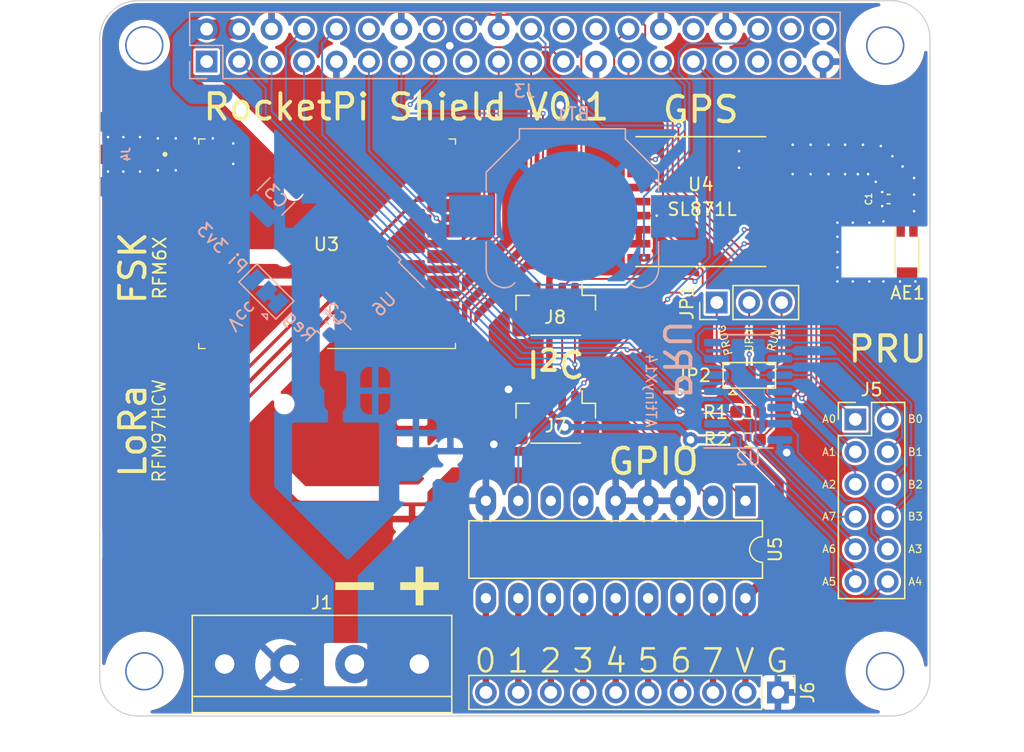
<source format=kicad_pcb>
(kicad_pcb (version 20211014) (generator pcbnew)
  (layers (0 "F.Cu" signal) (31 "B.Cu" signal) (34 "B.Paste" user) (35 "F.Paste" user) (36 "B.SilkS" user "B.Silkscreen") (37 "F.SilkS" user "F.Silkscreen") (38 "B.Mask" user) (39 "F.Mask" user) (44 "Edge.Cuts" user))
  (net 0 "")
  (net 10 "CANH")
  (net 11 "CANL")
  (net 12 "Net-(JP1-Pad3)")
  (net 22 "GND")
  (net 23 "Net-(BT1-Pad1)")
  (net 24 "+3V3")
  (net 25 "SDA")
  (net 26 "SCL")
  (net 27 "U0TX")
  (net 28 "ATTiny_UPDI")
  (net 29 "ATtiny_SDA")
  (net 30 "ATtiny_SCL")
  (net 31 "RFM_RST")
  (net 32 "SCK")
  (net 33 "MISO")
  (net 34 "MOSI")
  (net 35 "RFM9X_CS")
  (net 36 "RFM9X_DIO0")
  (net 37 "RFM6X_CS")
  (net 38 "RFM6X_DIO0")
  (net 39 "GPS_FORCEON")
  (net 40 "U3TX")
  (net 41 "GPS_ANT_SC")
  (net 42 "GPS_ANT_OC")
  (net 43 "U3RX")
  (net 44 "GPS_RESET")
  (net 45 "U0RX")
  (net 46 "RFM6X_ANT")
  (net 47 "GPS_ANT")
  (net 48 "IO_INT")
  (net 51 "PB3")
  (net 52 "PB2")
  (net 53 "PB1")
  (net 54 "PB0")
  (net 55 "PA7")
  (net 56 "PA6")
  (net 57 "PA5")
  (net 58 "PA3")
  (net 59 "PA4")
  (net 60 "Vin")
  (net 61 "Net-(J6-Pad3)")
  (net 62 "Net-(J6-Pad4)")
  (net 63 "Net-(J6-Pad5)")
  (net 64 "Net-(J6-Pad6)")
  (net 65 "Net-(J6-Pad7)")
  (net 66 "Net-(J6-Pad8)")
  (net 67 "Net-(J6-Pad9)")
  (net 68 "Net-(J6-Pad10)")
  (net 69 "REG_3V3")
  (net 70 "PI_3V3")
  (footprint "project_footprints:NPTH_3mm_ID" (layer "F.Cu") (at 82.04 64.31)
    (fp_text reference "H1")
    (fp_text value "3mm_Mounting_Hole" hide)
  )
  (footprint "project_footprints:NPTH_3mm_ID" (layer "F.Cu") (at 140.04 64.33)
    (fp_text reference "H2")
    (fp_text value "3mm_Mounting_Hole" hide)
  )
  (footprint "project_footprints:NPTH_3mm_ID" (layer "F.Cu") (at 82.04 113.32)
    (fp_text reference "H3")
    (fp_text value "3mm_Mounting_Hole" hide)
  )
  (footprint "project_footprints:NPTH_3mm_ID" (layer "F.Cu") (at 140.03 113.31)
    (fp_text reference "H4")
    (fp_text value "3mm_Mounting_Hole" hide)
  )
  (footprint "Resistor_SMD:R_0603_1608Metric_Pad0.98x0.95mm_HandSolder" (layer "F.Cu") (at 129.3 95.2 180)
    (fp_text reference "R2")
    (fp_text value "10k")
  )
  (footprint "Capacitor_SMD:C_0402_1005Metric_Pad0.74x0.62mm_HandSolder" (layer "F.Cu") (at 140.301072 76.35133)
    (fp_text reference "C1")
    (fp_text value "3.3pF")
  )
  (footprint "Parts:Connector_Qwiic_Vertical" (layer "F.Cu") (at 114.25 85 180)
    (fp_text reference "J8")
    (fp_text value "Conn_01x04")
  )
  (footprint "Package_DIP:DIP-18_W7.62mm_LongPads" (layer "F.Cu") (at 129.1 99.975 -90)
    (fp_text reference "U5")
    (fp_text value "MCP23008")
  )
  (footprint "TerminalBlock:TerminalBlock_bornier-4_P5.08mm" (layer "F.Cu") (at 88.33 112.75)
    (fp_text reference "J1")
    (fp_text value "Screw_Terminal_01x02")
  )
  (footprint "Connector_PinHeader_2.54mm:PinHeader_1x10_P2.54mm_Vertical" (layer "F.Cu") (at 131.64 114.975 -90)
    (fp_text reference "J6")
    (fp_text value "Conn_01x10")
  )
  (footprint "Jumper:SolderJumper-3_P1.3mm_Open_Pad1.0x1.5mm" (layer "F.Cu") (at 129.4 90.15)
    (fp_text reference "JP2")
    (fp_text value "SolderJumper_3_Open")
  )
  (footprint "Parts:SL871" (layer "F.Cu") (at 125.6 76.55 180)
    (fp_text reference "U4")
    (fp_text value "SL871L")
  )
  (footprint "Connector_PinHeader_2.54mm:PinHeader_2x06_P2.54mm_Vertical" (layer "F.Cu") (at 137.7 93.6)
    (fp_text reference "J5")
    (fp_text value "Conn_02x06_Counter_Clockwise")
  )
  (footprint "Parts:Connector_Qwiic_Vertical" (layer "F.Cu") (at 114.25 93.45 180)
    (fp_text reference "J7")
    (fp_text value "Conn_01x04")
  )
  (footprint "RF_Antenna:Pulse_W3011" (layer "F.Cu") (at 141.75 80.5)
    (fp_text reference "AE1")
    (fp_text value "Antenna_Chip")
  )
  (footprint "Connector_PinHeader_2.54mm:PinHeader_1x03_P2.54mm_Vertical" (layer "F.Cu") (at 126.85 84.45 90)
    (fp_text reference "JP1")
    (fp_text value "Jumper_3_Bridged12")
  )
  (footprint "CONREVSMA003:LINX_CONREVSMA003.062" (layer "F.Cu") (at 78.6275 72.85 -90)
    (fp_text reference "J4")
    (fp_text value "Conn_Coaxial")
  )
  (footprint "RF_Module:HOPERF_RFM69HW" (layer "F.Cu") (at 96.35 79.85 180)
    (fp_text reference "U3")
    (fp_text value "RFM69HCW")
  )
  (footprint "Resistor_SMD:R_0603_1608Metric_Pad0.98x0.95mm_HandSolder" (layer "F.Cu") (at 129.3 93)
    (fp_text reference "R1")
    (fp_text value "1k")
  )
  (footprint "Symbol:Polarity_Center_Negative_6mm_SilkScreen" (layer "F.Cu") (at 100.008911 106.65)
    (fp_text reference "REF**" hide)
    (fp_text value "Polarity_Center_Negative_6mm_SilkScreen" hide)
  )
  (footprint "Connector_PinSocket_2.54mm:PinSocket_2x20_P2.54mm_Vertical" (layer "B.Cu") (at 86.92 65.59 -90)
    (fp_text reference "J3")
    (fp_text value "40HAT")
  )
  (footprint "Battery:BatteryHolder_Keystone_3000_1x12mm" (layer "B.Cu") (at 115.55 77.695 180)
    (fp_text reference "BT1")
    (fp_text value "Battery_Cell")
  )
  (footprint "Capacitor_SMD:C_1210_3225Metric_Pad1.33x2.70mm_HandSolder" (layer "B.Cu") (at 92.347666 76.14099 -135)
    (fp_text reference "C3")
    (fp_text value "10uF")
  )
  (footprint "Jumper:SolderJumper-3_P1.3mm_Bridged12_Pad1.0x1.5mm" (layer "B.Cu") (at 91.597666 83.59099 135)
    (fp_text reference "JP3")
    (fp_text value "SolderJumper_3_Bridged12")
  )
  (footprint "Package_TO_SOT_SMD:TO-252-2" (layer "B.Cu") (at 97.947666 81.79099 135)
    (fp_text reference "U6")
    (fp_text value "LD1117V33")
  )
  (footprint "Package_SO:SOIC-14_3.9x8.7mm_P1.27mm" (layer "B.Cu") (at 129.3075 91.4)
    (fp_text reference "U2")
    (fp_text value "ATtiny414-SS")
  )
  (footprint "Capacitor_SMD:C_0603_1608Metric_Pad1.08x0.95mm_HandSolder" (layer "B.Cu") (at 95.997666 86.39099 135)
    (fp_text reference "C2")
    (fp_text value ".1uF")
  )
  (gr_line (start 143.546356 113.817611) (end 143.546356 63.817611) (layer "Edge.Cuts") (width 0.1))
  (gr_line (start 78.546356 63.817611) (end 78.546356 113.817611) (layer "Edge.Cuts") (width 0.1))
  (gr_arc (start 143.546356 113.817611) (mid 142.667676 115.938931) (end 140.546356 116.817611) (layer "Edge.Cuts") (width 0.1))
  (gr_line (start 140.546356 60.817611) (end 81.546356 60.817611) (layer "Edge.Cuts") (width 0.1))
  (gr_line (start 81.546356 116.817611) (end 140.546356 116.817611) (layer "Edge.Cuts") (width 0.1))
  (gr_arc (start 140.546356 60.817611) (mid 142.667676 61.696291) (end 143.546356 63.817611) (layer "Edge.Cuts") (width 0.1))
  (gr_arc (start 78.546356 63.817611) (mid 79.425036 61.696291) (end 81.546356 60.817611) (layer "Edge.Cuts") (width 0.1))
  (gr_arc (start 81.546356 116.817611) (mid 79.425036 115.938931) (end 78.546356 113.817611) (layer "Edge.Cuts") (width 0.1))
  (gr_text "Pi 3v3" (at 88.132843 80.196878 -45) (layer "B.SilkS") (effects (font (size 1 1)) (justify mirror)))
  (gr_text "Reg" (at 94.249316 86.313351 -45) (layer "B.SilkS") (effects (font (size 1 1)) (justify mirror)))
  (gr_text "PRU	" (at 123.7 88.2 270) (layer "B.SilkS") (effects (font (size 2 2) (thickness 0.3)) (justify mirror)))
  (gr_text "ATtinyX14" (at 121.7 91.35 270) (layer "B.SilkS") (effects (font (size 0.8 0.8) (thickness 0.13)) (justify mirror)))
  (gr_text "Vcc" (at 89.688478 85.500178 225) (layer "B.SilkS") (effects (font (size 1 1)) (justify mirror)))
  (gr_text "RUN" (at 131.325 87.35 75) (layer "F.SilkS") (effects (font (size 0.6 0.6) (thickness 0.09))))
  (gr_text "A4" (at 142.4 106.3) (layer "F.SilkS") (effects (font (size 0.6 0.6) (thickness 0.09))))
  (gr_text "B1\n" (at 142.4 96.15) (layer "F.SilkS") (effects (font (size 0.6 0.6) (thickness 0.09))))
  (gr_text "SL871L" (at 125.7 77.15) (layer "F.SilkS") (effects (font (size 1 1))))
  (gr_text "2" (at 113.85 112.5) (layer "F.SilkS") (effects (font (size 1.8 1.8) (thickness 0.2))))
  (gr_text "LoRa" (at 81.15 94.5 90) (layer "F.SilkS") (effects (font (size 2 2) (thickness 0.3))))
  (gr_text "FSK" (at 81.15 81.75 90) (layer "F.SilkS") (effects (font (size 2 2) (thickness 0.3))))
  (gr_text "PRU	" (at 140.95 88.1) (layer "F.SilkS") (effects (font (size 2 2) (thickness 0.3))))
  (gr_text "PROG" (at 127.5 87.4 105) (layer "F.SilkS") (effects (font (size 0.6 0.6) (thickness 0.09))))
  (gr_text "A6" (at 135.65 103.75) (layer "F.SilkS") (effects (font (size 0.6 0.6) (thickness 0.09))))
  (gr_text "GPIO" (at 121.9 96.9) (layer "F.SilkS") (effects (font (size 2 2) (thickness 0.3))))
  (gr_text "B3" (at 142.4 101.2) (layer "F.SilkS") (effects (font (size 0.6 0.6) (thickness 0.09))))
  (gr_text "RocketPi Shield V0.1" (at 102.55 69.15) (layer "F.SilkS") (effects (font (size 2 2) (thickness 0.3))))
  (gr_text "A5" (at 135.65 106.3) (layer "F.SilkS") (effects (font (size 0.6 0.6) (thickness 0.09))))
  (gr_text "B2" (at 142.4 98.7) (layer "F.SilkS") (effects (font (size 0.6 0.6) (thickness 0.09))))
  (gr_text "4" (at 118.95 112.5) (layer "F.SilkS") (effects (font (size 1.8 1.8) (thickness 0.2))))
  (gr_text "7" (at 126.55 112.5) (layer "F.SilkS") (effects (font (size 1.8 1.8) (thickness 0.2))))
  (gr_text "GPS" (at 125.6 69.35) (layer "F.SilkS") (effects (font (size 2 2) (thickness 0.3))))
  (gr_text "1" (at 111.3 112.5) (layer "F.SilkS") (effects (font (size 1.8 1.8) (thickness 0.2))))
  (gr_text "A7" (at 135.65 101.2) (layer "F.SilkS") (effects (font (size 0.6 0.6) (thickness 0.09))))
  (gr_text "B0\n\n" (at 142.4 94.05) (layer "F.SilkS") (effects (font (size 0.6 0.6) (thickness 0.09))))
  (gr_text "5" (at 121.5 112.5) (layer "F.SilkS") (effects (font (size 1.8 1.8) (thickness 0.2))))
  (gr_text "3" (at 116.4 112.5) (layer "F.SilkS") (effects (font (size 1.8 1.8) (thickness 0.2))))
  (gr_text "RFM97HCW" (at 83.2 94.5 90) (layer "F.SilkS") (effects (font (size 1 1))))
  (gr_text "A3" (at 142.4 103.75) (layer "F.SilkS") (effects (font (size 0.6 0.6) (thickness 0.09))))
  (gr_text "A2" (at 135.65 98.7) (layer "F.SilkS") (effects (font (size 0.6 0.6) (thickness 0.09))))
  (gr_text "A1\n" (at 135.65 96.15) (layer "F.SilkS") (effects (font (size 0.6 0.6) (thickness 0.09))))
  (gr_text "G" (at 131.58 112.5) (layer "F.SilkS") (effects (font (size 1.8 1.8) (thickness 0.2))))
  (gr_text "UPDI" (at 129.4 87.3 90) (layer "F.SilkS") (effects (font (size 0.6 0.6) (thickness 0.09))))
  (gr_text "RFM6X" (at 83.25 81.75 90) (layer "F.SilkS") (effects (font (size 1 1))))
  (gr_text "A0\n\n" (at 135.65 94.05) (layer "F.SilkS") (effects (font (size 0.6 0.6) (thickness 0.09))))
  (gr_text "I^{2}C" (at 114.25 89.4) (layer "F.SilkS") (effects (font (size 2 2) (thickness 0.3))))
  (gr_text "6" (at 124.05 112.5) (layer "F.SilkS") (effects (font (size 1.8 1.8) (thickness 0.2))))
  (gr_text "0" (at 108.75 112.5) (layer "F.SilkS") (effects (font (size 1.8 1.8) (thickness 0.2))))
  (gr_text "V" (at 129.05 112.5) (layer "F.SilkS") (effects (font (size 1.8 1.8) (thickness 0.2))))
  (segment (start 131.93 84.45) (end 131.93 88.92) (width 0.15) (layer "F.Cu") (net 12))
  (segment (start 130.7 91.55) (end 131.15 92) (width 0.15) (layer "F.Cu") (net 12))
  (segment (start 131.93 88.92) (end 130.7 90.15) (width 0.15) (layer "F.Cu") (net 12))
  (segment (start 130.7 90.15) (end 130.7 91.55) (width 0.15) (layer "F.Cu") (net 12))
  (segment (start 131.15 94.2625) (end 130.2125 95.2) (width 0.15) (layer "F.Cu") (net 12))
  (segment (start 131.15 92) (end 131.15 94.2625) (width 0.15) (layer "F.Cu") (net 12))
  (segment (start 142.25 78.9) (end 142.25 77.35) (width 0.65) (layer "F.Cu") (net 22))
  (segment (start 142.25 77.35) (end 142.3 77.3) (width 0.65) (layer "F.Cu") (net 22))
  (via (at 139.9 82.8) (size 0.4) (drill 0.2) (layers "F.Cu" "B.Cu") (net 22))
  (via (at 136.9 74.4) (size 0.4) (drill 0.2) (layers "F.Cu" "B.Cu") (net 22))
  (via (at 80.4 74.2) (size 0.4) (drill 0.2) (layers "F.Cu" "B.Cu") (net 22))
  (via (at 134.2 72.1) (size 0.4) (drill 0.2) (layers "F.Cu" "B.Cu") (net 22))
  (via (at 132.8 74.4) (size 0.4) (drill 0.2) (layers "F.Cu" "B.Cu") (net 22))
  (via (at 81.7 71.5) (size 0.4) (drill 0.2) (layers "F.Cu" "B.Cu") (net 22))
  (via (at 140.6 73) (size 0.4) (drill 0.2) (layers "F.Cu" "B.Cu") (net 22))
  (via (at 138.3 72.1) (size 0.4) (drill 0.2) (layers "F.Cu" "B.Cu") (net 22))
  (via (at 141.2 82.8) (size 0.4) (drill 0.2) (layers "F.Cu" "B.Cu") (net 22))
  (via (at 132.8 72.1) (size 0.4) (drill 0.2) (layers "F.Cu" "B.Cu") (net 22))
  (via (at 137.5 82.8) (size 0.4) (drill 0.2) (layers "F.Cu" "B.Cu") (net 22))
  (via (at 105.95 64.35) (size 1.2) (drill 0.6) (layers "F.Cu" "B.Cu") (net 22))
  (via (at 137.5 78.2) (size 0.4) (drill 0.2) (layers "F.Cu" "B.Cu") (net 22))
  (via (at 84.5 71.6) (size 0.4) (drill 0.2) (layers "F.Cu" "B.Cu") (net 22))
  (via (at 134.2 74.4) (size 0.4) (drill 0.2) (layers "F.Cu" "B.Cu") (net 22))
  (via (at 136.3 81.7) (size 0.4) (drill 0.2) (layers "F.Cu" "B.Cu") (net 22))
  (via (at 132.3255 96.2) (size 1.2) (drill 0.6) (layers "F.Cu" "B.Cu") (net 22))
  (via (at 83.1 74.1) (size 0.4) (drill 0.2) (layers "F.Cu" "B.Cu") (net 22))
  (via (at 137.9 74.4) (size 0.4) (drill 0.2) (layers "F.Cu" "B.Cu") (net 22))
  (via (at 142.3 74.7) (size 0.4) (drill 0.2) (layers "F.Cu" "B.Cu") (net 22))
  (via (at 83.1 71.6) (size 0.4) (drill 0.2) (layers "F.Cu" "B.Cu") (net 22))
  (via (at 110.55 91.25) (size 1.2) (drill 0.6) (layers "F.Cu" "B.Cu") (net 22))
  (via (at 135.6 74.4) (size 0.4) (drill 0.2) (layers "F.Cu" "B.Cu") (net 22))
  (via (at 138.8 78.2) (size 0.4) (drill 0.2) (layers "F.Cu" "B.Cu") (net 22))
  (via (at 81.7 74.2) (size 0.4) (drill 0.2) (layers "F.Cu" "B.Cu") (net 22))
  (via (at 87.4 71.6) (size 0.4) (drill 0.2) (layers "F.Cu" "B.Cu") (net 22))
  (via (at 142.3 77.3) (size 0.4) (drill 0.2) (layers "F.Cu" "B.Cu") (net 22))
  (via (at 139.7 72.2) (size 0.4) (drill 0.2) (layers "F.Cu" "B.Cu") (net 22))
  (via (at 136.9 72.1) (size 0.4) (drill 0.2) (layers "F.Cu" "B.Cu") (net 22))
  (via (at 79.2 71.5) (size 0.4) (drill 0.2) (layers "F.Cu" "B.Cu") (net 22))
  (via (at 136.3 78.2) (size 0.4) (drill 0.2) (layers "F.Cu" "B.Cu") (net 22))
  (via (at 128.6 73.9) (size 0.4) (drill 0.2) (layers "F.Cu" "B.Cu") (net 22))
  (via (at 114.6 69) (size 1.2) (drill 0.6) (layers "F.Cu" "B.Cu") (net 22))
  (via (at 139.3 75) (size 0.4) (drill 0.2) (layers "F.Cu" "B.Cu") (net 22))
  (via (at 138.8 82.8) (size 0.4) (drill 0.2) (layers "F.Cu" "B.Cu") (net 22))
  (via (at 141.4 73.8) (size 0.4) (drill 0.2) (layers "F.Cu" "B.Cu") (net 22))
  (via (at 89 73.6) (size 0.4) (drill 0.2) (layers "F.Cu" "B.Cu") (net 22))
  (via (at 139.8 76.9) (size 0.4) (drill 0.2) (layers "F.Cu" "B.Cu") (net 22))
  (via (at 136.3 79.3) (size 0.4) (drill 0.2) (layers "F.Cu" "B.Cu") (net 22))
  (via (at 139.9 78.1) (size 0.4) (drill 0.2) (layers "F.Cu" "B.Cu") (net 22))
  (via (at 109.4 95.55) (size 1.2) (drill 0.6) (layers "F.Cu" "B.Cu") (net 22))
  (via (at 142.3 76) (size 0.4) (drill 0.2) (layers "F.Cu" "B.Cu") (net 22))
  (via (at 135.6 72.1) (size 0.4) (drill 0.2) (layers "F.Cu" "B.Cu") (net 22))
  (via (at 139.8 75.8) (size 0.4) (drill 0.2) (layers "F.Cu" "B.Cu") (net 22))
  (via (at 89 72) (size 0.4) (drill 0.2) (layers "F.Cu" "B.Cu") (net 22))
  (via (at 84.5 74.1) (size 0.4) (drill 0.2) (layers "F.Cu" "B.Cu") (net 22))
  (via (at 136.3 82.8) (size 0.4) (drill 0.2) (layers "F.Cu" "B.Cu") (net 22))
  (via (at 80.4 71.5) (size 0.4) (drill 0.2) (layers "F.Cu" "B.Cu") (net 22))
  (via (at 86 71.6) (size 0.4) (drill 0.2) (layers "F.Cu" "B.Cu") (net 22))
  (via (at 138.7 74.4) (size 0.4) (drill 0.2) (layers "F.Cu" "B.Cu") (net 22))
  (via (at 136.3 80.5) (size 0.4) (drill 0.2) (layers "F.Cu" "B.Cu") (net 22))
  (via (at 128.6 72.6) (size 0.4) (drill 0.2) (layers "F.Cu" "B.Cu") (net 22))
  (via (at 79.2 74.2) (size 0.4) (drill 0.2) (layers "F.Cu" "B.Cu") (net 22))
  (via (at 142.4 82.8) (size 0.4) (drill 0.2) (layers "F.Cu" "B.Cu") (net 22))
  (segment (start 120.75 77.65) (end 122.15 77.65) (width 0.15) (layer "F.Cu") (net 23))
  (via (at 122.15 77.65) (size 0.4) (drill 0.2) (layers "F.Cu" "B.Cu") (net 23))
  (segment (start 107.75 77.695) (end 113.124511 83.069511) (width 0.15) (layer "B.Cu") (net 23))
  (segment (start 119.70155 83.069511) (end 122.15 80.621061) (width 0.15) (layer "B.Cu") (net 23))
  (segment (start 113.124511 83.069511) (end 119.70155 83.069511) (width 0.15) (layer "B.Cu") (net 23))
  (segment (start 107.65 77.695) (end 107.75 77.695) (width 0.15) (layer "B.Cu") (net 23))
  (segment (start 122.15 80.621061) (end 122.15 77.65) (width 0.15) (layer "B.Cu") (net 23))
  (segment (start 120.75 79.85) (end 120.75 78.75) (width 0.5) (layer "F.Cu") (net 24))
  (segment (start 128.3875 95.2) (end 124.8 95.2) (width 0.5) (layer "F.Cu") (net 24))
  (segment (start 114.95 94.2) (end 113.75 93) (width 0.5) (layer "F.Cu") (net 24))
  (segment (start 113.75 92.125) (end 113.75 83.675) (width 0.5) (layer "F.Cu") (net 24))
  (segment (start 113.75 82.55) (end 113.75 83.675) (width 0.5) (layer "F.Cu") (net 24))
  (segment (start 131.75 104.945) (end 131.75 98.550146) (width 0.7) (layer "F.Cu") (net 24))
  (segment (start 120.75 79.85) (end 116.45 79.85) (width 0.5) (layer "F.Cu") (net 24))
  (segment (start 129.1 107.595) (end 131.75 104.945) (width 0.7) (layer "F.Cu") (net 24))
  (segment (start 129.1 107.595) (end 129.1 114.975) (width 0.5) (layer "F.Cu") (net 24))
  (segment (start 128.399854 95.2) (end 128.3875 95.2) (width 0.7) (layer "F.Cu") (net 24))
  (segment (start 131.75 98.550146) (end 128.399854 95.2) (width 0.7) (layer "F.Cu") (net 24))
  (segment (start 113.75 93) (end 113.75 92.125) (width 0.5) (layer "F.Cu") (net 24))
  (segment (start 116.45 79.85) (end 113.75 82.55) (width 0.5) (layer "F.Cu") (net 24))
  (via (at 124.8 95.2) (size 1.2) (drill 0.6) (layers "F.Cu" "B.Cu") (net 24))
  (via (at 114.95 94.2) (size 1.2) (drill 0.6) (layers "F.Cu" "B.Cu") (net 24))
  (segment (start 114.95 94.2) (end 123.8 94.2) (width 0.5) (layer "B.Cu") (net 24))
  (segment (start 124.81 95.21) (end 124.8 95.2) (width 0.5) (layer "B.Cu") (net 24))
  (segment (start 126.8325 95.21) (end 124.81 95.21) (width 0.5) (layer "B.Cu") (net 24))
  (segment (start 123.8 94.2) (end 124.8 95.2) (width 0.5) (layer "B.Cu") (net 24))
  (segment (start 115.449639 82.6) (end 124.95 82.6) (width 0.15) (layer "F.Cu") (net 25))
  (segment (start 114.75 92.500361) (end 115.599639 93.35) (width 0.15) (layer "F.Cu") (net 25))
  (segment (start 114.75 92.125) (end 114.75 89.3) (width 0.15) (layer "F.Cu") (net 25))
  (segment (start 114.75 89.3) (end 114.75 83.675) (width 0.15) (layer "F.Cu") (net 25))
  (segment (start 115.599639 93.35) (end 119.935 93.35) (width 0.15) (layer "F.Cu") (net 25))
  (segment (start 130.45 78.75) (end 129 78.75) (width 0.15) (layer "F.Cu") (net 25))
  (segment (start 119.935 93.35) (end 126.56 99.975) (width 0.15) (layer "F.Cu") (net 25))
  (segment (start 114.75 83.299639) (end 115.449639 82.6) (width 0.15) (layer "F.Cu") (net 25))
  (segment (start 114.75 92.125) (end 114.75 92.500361) (width 0.15) (layer "F.Cu") (net 25))
  (segment (start 114.75 83.675) (end 114.75 83.299639) (width 0.15) (layer "F.Cu") (net 25))
  (segment (start 124.95 82.6) (end 125.15 82.8) (width 0.15) (layer "F.Cu") (net 25))
  (via (at 125.15 82.8) (size 0.4) (drill 0.2) (layers "F.Cu" "B.Cu") (net 25))
  (via (at 114.75 89.3) (size 0.4) (drill 0.2) (layers "F.Cu" "B.Cu") (net 25))
  (via (at 129 78.75) (size 0.4) (drill 0.2) (layers "F.Cu" "B.Cu") (net 25))
  (segment (start 129 78.75) (end 129 78.95) (width 0.15) (layer "B.Cu") (net 25))
  (segment (start 111.15 89.3) (end 114.75 89.3) (width 0.15) (layer "B.Cu") (net 25))
  (segment (start 91.55 67.68) (end 91.55 69.7) (width 0.15) (layer "B.Cu") (net 25))
  (segment (start 91.55 69.7) (end 111.15 89.3) (width 0.15) (layer "B.Cu") (net 25))
  (segment (start 129 78.95) (end 125.15 82.8) (width 0.15) (layer "B.Cu") (net 25))
  (segment (start 89.46 65.59) (end 91.55 67.68) (width 0.15) (layer "B.Cu") (net 25))
  (segment (start 125.5 98.2) (end 127.325 98.2) (width 0.15) (layer "F.Cu") (net 26))
  (segment (start 115.75 89.3) (end 115.75 92.125) (width 0.15) (layer "F.Cu") (net 26))
  (segment (start 127.325 98.2) (end 129.1 99.975) (width 0.15) (layer "F.Cu") (net 26))
  (segment (start 124.175 83.675) (end 124.2 83.7) (width 0.15) (layer "F.Cu") (net 26))
  (segment (start 130.45 79.85) (end 129 79.85) (width 0.15) (layer "F.Cu") (net 26))
  (segment (start 116.525 92.9) (end 120.2 92.9) (width 0.15) (layer "F.Cu") (net 26))
  (segment (start 120.2 92.9) (end 125.5 98.2) (width 0.15) (layer "F.Cu") (net 26))
  (segment (start 115.75 92.125) (end 116.525 92.9) (width 0.15) (layer "F.Cu") (net 26))
  (segment (start 115.75 83.675) (end 124.175 83.675) (width 0.15) (layer "F.Cu") (net 26))
  (segment (start 115.75 83.675) (end 115.75 89.3) (width 0.15) (layer "F.Cu") (net 26))
  (via (at 124.2 83.7) (size 0.4) (drill 0.2) (layers "F.Cu" "B.Cu") (net 26))
  (via (at 115.75 89.3) (size 0.4) (drill 0.2) (layers "F.Cu" "B.Cu") (net 26))
  (via (at 129 79.85) (size 0.4) (drill 0.2) (layers "F.Cu" "B.Cu") (net 26))
  (segment (start 111.354428 88.825489) (end 115.275489 88.825489) (width 0.15) (layer "B.Cu") (net 26))
  (segment (start 92 69.471061) (end 111.354428 88.825489) (width 0.15) (layer "B.Cu") (net 26))
  (segment (start 92 65.59) (end 92 69.471061) (width 0.15) (layer "B.Cu") (net 26))
  (segment (start 115.275489 88.825489) (end 115.75 89.3) (width 0.15) (layer "B.Cu") (net 26))
  (segment (start 129 79.85) (end 125.15 83.7) (width 0.15) (layer "B.Cu") (net 26))
  (segment (start 125.15 83.7) (end 124.2 83.7) (width 0.15) (layer "B.Cu") (net 26))
  (segment (start 123.95 93) (end 128.3875 93) (width 0.15) (layer "F.Cu") (net 27))
  (via (at 123.95 93) (size 0.4) (drill 0.2) (layers "F.Cu" "B.Cu") (net 27))
  (segment (start 123.925 92.975) (end 123.95 93) (width 0.15) (layer "B.Cu") (net 27))
  (segment (start 111.6 88.4) (end 119.35 88.4) (width 0.15) (layer "B.Cu") (net 27))
  (segment (start 93.124511 69.924511) (end 111.6 88.4) (width 0.15) (layer "B.Cu") (net 27))
  (segment (start 94.54 63.05) (end 93.124511 64.465489) (width 0.15) (layer "B.Cu") (net 27))
  (segment (start 93.124511 64.465489) (end 93.124511 69.924511) (width 0.15) (layer "B.Cu") (net 27))
  (segment (start 119.35 88.4) (end 123.925 92.975) (width 0.15) (layer "B.Cu") (net 27))
  (segment (start 129.4 88.5) (end 129.39 88.49) (width 0.15) (layer "F.Cu") (net 28))
  (segment (start 129.39 88.49) (end 129.39 84.45) (width 0.15) (layer "F.Cu") (net 28))
  (segment (start 129.4 90.15) (end 129.4 88.5) (width 0.15) (layer "F.Cu") (net 28))
  (via (at 129.4 88.5) (size 0.4) (drill 0.2) (layers "F.Cu" "B.Cu") (net 28))
  (segment (start 129.4 88.5) (end 129.4 89.5) (width 0.15) (layer "B.Cu") (net 28))
  (segment (start 130.03 90.13) (end 131.7825 90.13) (width 0.15) (layer "B.Cu") (net 28))
  (segment (start 134.23 90.13) (end 137.7 93.6) (width 0.15) (layer "B.Cu") (net 28))
  (segment (start 131.7825 90.13) (end 134.23 90.13) (width 0.15) (layer "B.Cu") (net 28))
  (segment (start 129.4 89.5) (end 130.03 90.13) (width 0.15) (layer "B.Cu") (net 28))
  (segment (start 119.94 66.64) (end 119.94 65.59) (width 0.15) (layer "F.Cu") (net 29))
  (segment (start 123.4 70.1) (end 119.94 66.64) (width 0.15) (layer "F.Cu") (net 29))
  (segment (start 123.4 75.649022) (end 123.4 70.1) (width 0.15) (layer "F.Cu") (net 29))
  (segment (start 134.65 90.80935) (end 134.65 83.55) (width 0.15) (layer "F.Cu") (net 29))
  (segment (start 133.35 82.25) (end 130.000978 82.25) (width 0.15) (layer "F.Cu") (net 29))
  (segment (start 130.000978 82.25) (end 123.4 75.649022) (width 0.15) (layer "F.Cu") (net 29))
  (segment (start 134.65 83.55) (end 133.35 82.25) (width 0.15) (layer "F.Cu") (net 29))
  (segment (start 133.50935 91.95) (end 134.65 90.80935) (width 0.15) (layer "F.Cu") (net 29))
  (via (at 133.50935 91.95) (size 0.4) (drill 0.2) (layers "F.Cu" "B.Cu") (net 29))
  (segment (start 132.95935 91.4) (end 131.7825 91.4) (width 0.15) (layer "B.Cu") (net 29))
  (segment (start 133.50935 91.95) (end 132.95935 91.4) (width 0.15) (layer "B.Cu") (net 29))
  (segment (start 133.50935 91.95) (end 133.51 91.95) (width 0.15) (layer "B.Cu") (net 29))
  (segment (start 133.51 91.95) (end 137.7 96.14) (width 0.15) (layer "B.Cu") (net 29))
  (segment (start 133.1 82.7) (end 134.25 83.85) (width 0.15) (layer "F.Cu") (net 30))
  (segment (start 123 70.3) (end 123 75.9) (width 0.15) (layer "F.Cu") (net 30))
  (segment (start 129.8 82.7) (end 133.1 82.7) (width 0.15) (layer "F.Cu") (net 30))
  (segment (start 134.25 83.85) (end 134.25 90.538289) (width 0.15) (layer "F.Cu") (net 30))
  (segment (start 134.25 90.538289) (end 133.03485 91.753439) (width 0.15) (layer "F.Cu") (net 30))
  (segment (start 119.94 63.05) (end 118.815489 64.174511) (width 0.15) (layer "F.Cu") (net 30))
  (segment (start 123 75.9) (end 129.8 82.7) (width 0.15) (layer "F.Cu") (net 30))
  (segment (start 118.815489 66.115489) (end 123 70.3) (width 0.15) (layer "F.Cu") (net 30))
  (segment (start 133.03485 91.753439) (end 133.03485 93.06515) (width 0.15) (layer "F.Cu") (net 30))
  (segment (start 118.815489 64.174511) (end 118.815489 66.115489) (width 0.15) (layer "F.Cu") (net 30))
  (via (at 133.03485 93.06515) (size 0.4) (drill 0.2) (layers "F.Cu" "B.Cu") (net 30))
  (segment (start 132.6397 92.67) (end 133.03485 93.06515) (width 0.15) (layer "B.Cu") (net 30))
  (segment (start 133.03485 93.06515) (end 137.7 97.7303) (width 0.15) (layer "B.Cu") (net 30))
  (segment (start 131.7825 92.67) (end 132.6397 92.67) (width 0.15) (layer "B.Cu") (net 30))
  (segment (start 137.7 97.7303) (end 137.7 98.68) (width 0.15) (layer "B.Cu") (net 30))
  (segment (start 109.314211 64.465489) (end 113.735489 64.465489) (width 0.15) (layer "F.Cu") (net 32))
  (segment (start 105.45 80.85) (end 106.2 80.85) (width 0.15) (layer "F.Cu") (net 32))
  (segment (start 108.655489 78.394511) (end 108.655489 65.124211) (width 0.15) (layer "F.Cu") (net 32))
  (segment (start 106.2 80.85) (end 108.655489 78.394511) (width 0.15) (layer "F.Cu") (net 32))
  (segment (start 113.735489 64.465489) (end 114.86 65.59) (width 0.15) (layer "F.Cu") (net 32))
  (segment (start 108.655489 65.124211) (end 109.314211 64.465489) (width 0.15) (layer "F.Cu") (net 32))
  (segment (start 106.2 84.85) (end 105.45 84.85) (width 0.15) (layer "F.Cu") (net 33))
  (segment (start 112.32 65.59) (end 112.32 78.73) (width 0.15) (layer "F.Cu") (net 33))
  (segment (start 112.32 78.73) (end 106.2 84.85) (width 0.15) (layer "F.Cu") (net 33))
  (segment (start 105.45 82.85) (end 106.2 82.85) (width 0.15) (layer "F.Cu") (net 34))
  (segment (start 106.2 82.85) (end 109.78 79.27) (width 0.15) (layer "F.Cu") (net 34))
  (segment (start 109.78 79.27) (end 109.78 65.59) (width 0.15) (layer "F.Cu") (net 34))
  (segment (start 107.6 85.1) (end 107.6 92.8) (width 0.15) (layer "F.Cu") (net 36))
  (segment (start 113.25 69.65) (end 113.25 79.45) (width 0.15) (layer "F.Cu") (net 36))
  (segment (start 113.25 79.45) (end 107.6 85.1) (width 0.15) (layer "F.Cu") (net 36))
  (via (at 113.25 69.65) (size 0.4) (drill 0.2) (layers "F.Cu" "B.Cu") (net 36))
  (segment (start 102.6 69.65) (end 102.16 69.21) (width 0.15) (layer "B.Cu") (net 36))
  (segment (start 102.16 69.21) (end 102.16 65.59) (width 0.15) (layer "B.Cu") (net 36))
  (segment (start 113.25 69.65) (end 102.6 69.65) (width 0.15) (layer "B.Cu") (net 36))
  (segment (start 105.45 78.85) (end 105.45 78.4) (width 0.15) (layer "F.Cu") (net 37))
  (segment (start 105.45 78.4) (end 104.9 77.85) (width 0.15) (layer "F.Cu") (net 37))
  (via (at 104.9 77.85) (size 0.4) (drill 0.2) (layers "F.Cu" "B.Cu") (net 37))
  (segment (start 99.62 72.57) (end 104.9 77.85) (width 0.15) (layer "B.Cu") (net 37))
  (segment (start 99.62 65.59) (end 99.62 72.57) (width 0.15) (layer "B.Cu") (net 37))
  (via (at 102.85 68.95) (size 0.4) (drill 0.2) (layers "F.Cu" "B.Cu") (net 38))
  (segment (start 102.85 68.95) (end 104.7 67.1) (width 0.15) (layer "B.Cu") (net 38))
  (segment (start 104.7 67.1) (end 104.7 65.59) (width 0.15) (layer "B.Cu") (net 38))
  (segment (start 123.85 75.4) (end 129.4 80.95) (width 0.15) (layer "F.Cu") (net 39))
  (segment (start 123.85 70.6255) (end 123.85 75.4) (width 0.15) (layer "F.Cu") (net 39))
  (segment (start 129.4 80.95) (end 130.45 80.95) (width 0.15) (layer "F.Cu") (net 39))
  (segment (start 123.8755 70.6) (end 123.85 70.6255) (width 0.15) (layer "F.Cu") (net 39))
  (via (at 123.8755 70.6) (size 0.4) (drill 0.2) (layers "F.Cu" "B.Cu") (net 39))
  (segment (start 113.444511 66.055789) (end 113.444511 64.174511) (width 0.15) (layer "B.Cu") (net 39))
  (segment (start 113.444511 64.174511) (end 112.32 63.05) (width 0.15) (layer "B.Cu") (net 39))
  (segment (start 117.988722 70.6) (end 113.444511 66.055789) (width 0.15) (layer "B.Cu") (net 39))
  (segment (start 123.8755 70.6) (end 117.988722 70.6) (width 0.15) (layer "B.Cu") (net 39))
  (segment (start 122.65 75.65) (end 121.35 74.35) (width 0.15) (layer "F.Cu") (net 40))
  (segment (start 125.75 81.9) (end 122.65 78.8) (width 0.15) (layer "F.Cu") (net 40))
  (segment (start 125.75 83.1) (end 125.75 81.9) (width 0.15) (layer "F.Cu") (net 40))
  (segment (start 122.65 78.8) (end 122.65 75.65) (width 0.15) (layer "F.Cu") (net 40))
  (segment (start 120.7 88.15) (end 125.75 83.1) (width 0.15) (layer "F.Cu") (net 40))
  (segment (start 121.35 74.35) (end 120.75 74.35) (width 0.15) (layer "F.Cu") (net 40))
  (segment (start 119.85 88.15) (end 120.7 88.15) (width 0.15) (layer "F.Cu") (net 40))
  (via (at 119.85 88.15) (size 0.4) (drill 0.2) (layers "F.Cu" "B.Cu") (net 40))
  (segment (start 111.95 88) (end 119.7 88) (width 0.15) (layer "B.Cu") (net 40))
  (segment (start 94.54 65.59) (end 94.54 70.59) (width 0.15) (layer "B.Cu") (net 40))
  (segment (start 94.54 70.59) (end 111.95 88) (width 0.15) (layer "B.Cu") (net 40))
  (segment (start 119.7 88) (end 119.85 88.15) (width 0.15) (layer "B.Cu") (net 40))
  (segment (start 121.402265 67.455704) (end 124.350011 70.40345) (width 0.15) (layer "F.Cu") (net 41))
  (segment (start 104.7 63.05) (end 106.174031 61.575969) (width 0.15) (layer "F.Cu") (net 41))
  (segment (start 120.056269 61.575969) (end 121.25 62.7697) (width 0.15) (layer "F.Cu") (net 41))
  (segment (start 121.25 62.7697) (end 121.25 67.455704) (width 0.15) (layer "F.Cu") (net 41))
  (segment (start 126.85 77.65) (end 130.45 77.65) (width 0.15) (layer "F.Cu") (net 41))
  (segment (start 106.174031 61.575969) (end 120.056269 61.575969) (width 0.15) (layer "F.Cu") (net 41))
  (segment (start 124.350011 75.150011) (end 126.85 77.65) (width 0.15) (layer "F.Cu") (net 41))
  (segment (start 121.25 67.455704) (end 121.402265 67.455704) (width 0.15) (layer "F.Cu") (net 41))
  (segment (start 124.350011 70.40345) (end 124.350011 75.150011) (width 0.15) (layer "F.Cu") (net 41))
  (segment (start 116.25 62.6) (end 116.25 72.8) (width 0.15) (layer "F.Cu") (net 42))
  (segment (start 115.575489 61.925489) (end 116.25 62.6) (width 0.15) (layer "F.Cu") (net 42))
  (segment (start 116.25 72.8) (end 120 76.55) (width 0.15) (layer "F.Cu") (net 42))
  (segment (start 120 76.55) (end 120.75 76.55) (width 0.15) (layer "F.Cu") (net 42))
  (segment (start 108.364511 61.925489) (end 115.575489 61.925489) (width 0.15) (layer "F.Cu") (net 42))
  (segment (start 107.24 63.05) (end 108.364511 61.925489) (width 0.15) (layer "F.Cu") (net 42))
  (segment (start 120.75 73.25) (end 122.05 73.25) (width 0.15) (layer "F.Cu") (net 43))
  (via (at 122.05 73.25) (size 0.4) (drill 0.2) (layers "F.Cu" "B.Cu") (net 43))
  (segment (start 124.35 70.95) (end 122.05 73.25) (width 0.15) (layer "B.Cu") (net 43))
  (segment (start 122.48 65.59) (end 124.35 67.46) (width 0.15) (layer "B.Cu") (net 43))
  (segment (start 124.35 67.46) (end 124.35 70.95) (width 0.15) (layer "B.Cu") (net 43))
  (via (at 121.15 80.95) (size 0.4) (drill 0.2) (layers "F.Cu" "B.Cu") (net 44))
  (segment (start 124.554211 64.174511) (end 123.867148 64.861574) (width 0.15) (layer "B.Cu") (net 44))
  (segment (start 130.1 63.05) (end 128.975489 64.174511) (width 0.15) (layer "B.Cu") (net 44))
  (segment (start 123.867148 66.482852) (end 124.7 67.315704) (width 0.15) (layer "B.Cu") (net 44))
  (segment (start 121.15 76.15) (end 121.15 80.95) (width 0.15) (layer "B.Cu") (net 44))
  (segment (start 124.7 72.6) (end 121.15 76.15) (width 0.15) (layer "B.Cu") (net 44))
  (segment (start 123.867148 64.861574) (end 123.867148 66.482852) (width 0.15) (layer "B.Cu") (net 44))
  (segment (start 128.975489 64.174511) (end 124.554211 64.174511) (width 0.15) (layer "B.Cu") (net 44))
  (segment (start 124.7 67.315704) (end 124.7 72.6) (width 0.15) (layer "B.Cu") (net 44))
  (segment (start 126.85 88.9) (end 128.1 90.15) (width 0.15) (layer "F.Cu") (net 45))
  (segment (start 130.2125 93) (end 128.1 90.8875) (width 0.15) (layer "F.Cu") (net 45))
  (segment (start 126.7 91.55) (end 128.1 90.15) (width 0.15) (layer "F.Cu") (net 45))
  (segment (start 126.85 84.45) (end 126.85 88.9) (width 0.15) (layer "F.Cu") (net 45))
  (segment (start 128.1 90.8875) (end 128.1 90.15) (width 0.15) (layer "F.Cu") (net 45))
  (segment (start 123.95 91.55) (end 126.7 91.55) (width 0.15) (layer "F.Cu") (net 45))
  (via (at 123.95 91.55) (size 0.4) (drill 0.2) (layers "F.Cu" "B.Cu") (net 45))
  (segment (start 120 87.6) (end 123.95 91.55) (width 0.15) (layer "B.Cu") (net 45))
  (segment (start 112.25 87.6) (end 120 87.6) (width 0.15) (layer "B.Cu") (net 45))
  (segment (start 95.955489 64.174511) (end 95.955489 71.305489) (width 0.15) (layer "B.Cu") (net 45))
  (segment (start 95.955489 71.305489) (end 112.25 87.6) (width 0.15) (layer "B.Cu") (net 45))
  (segment (start 97.08 63.05) (end 95.955489 64.174511) (width 0.15) (layer "B.Cu") (net 45))
  (segment (start 80.6575 72.85) (end 87.25 72.85) (width 1.219) (layer "F.Cu") (net 46))
  (segment (start 139.214311 73.25) (end 141.007115 75.042804) (width 1.219) (layer "F.Cu") (net 47))
  (segment (start 141.007115 75.042804) (end 141.007115 77.465762) (width 1.219) (layer "F.Cu") (net 47))
  (segment (start 141.25 78.9) (end 141.25 78.197684) (width 0.65) (layer "F.Cu") (net 47))
  (segment (start 140.868572 76.35133) (end 140.868572 75.181347) (width 0.15) (layer "F.Cu") (net 47))
  (segment (start 130 73.25) (end 139.214311 73.25) (width 1.219) (layer "F.Cu") (net 47))
  (segment (start 140.868572 75.181347) (end 141.007115 75.042804) (width 0.15) (layer "F.Cu") (net 47))
  (segment (start 116.45 90.75) (end 123 84.2) (width 0.15) (layer "F.Cu") (net 48))
  (via (at 123 84.2) (size 0.4) (drill 0.2) (layers "F.Cu" "B.Cu") (net 48))
  (via (at 116.45 90.75) (size 0.4) (drill 0.2) (layers "F.Cu" "B.Cu") (net 48))
  (segment (start 126.3 66.87) (end 125.02 65.59) (width 0.15) (layer "B.Cu") (net 48))
  (segment (start 126.3 80.9) (end 126.3 66.87) (width 0.15) (layer "B.Cu") (net 48))
  (segment (start 126.3 80.9) (end 123 84.2) (width 0.15) (layer "B.Cu") (net 48))
  (segment (start 111.32 95.88) (end 116.45 90.75) (width 0.15) (layer "B.Cu") (net 48))
  (segment (start 111.32 99.975) (end 111.32 95.88) (width 0.15) (layer "B.Cu") (net 48))
  (segment (start 125.4 88.1) (end 125.4 87) (width 0.15) (layer "B.Cu") (net 51))
  (segment (start 125.9 86.5) (end 136.2 86.5) (width 0.15) (layer "B.Cu") (net 51))
  (segment (start 125.4 87) (end 125.9 86.5) (width 0.15) (layer "B.Cu") (net 51))
  (segment (start 126.16 88.86) (end 125.4 88.1) (width 0.15) (layer "B.Cu") (net 51))
  (segment (start 136.2 86.5) (end 142.063551 92.363551) (width 0.15) (layer "B.Cu") (net 51))
  (segment (start 142.063551 99.396449) (end 140.24 101.22) (width 0.15) (layer "B.Cu") (net 51))
  (segment (start 126.8325 88.86) (end 126.16 88.86) (width 0.15) (layer "B.Cu") (net 51))
  (segment (start 142.063551 92.363551) (end 142.063551 99.396449) (width 0.15) (layer "B.Cu") (net 51))
  (segment (start 126.8325 87.59) (end 127.40702 87.01548) (width 0.15) (layer "B.Cu") (net 52))
  (segment (start 127.40702 87.01548) (end 136.01548 87.01548) (width 0.15) (layer "B.Cu") (net 52))
  (segment (start 141.714031 97.205969) (end 140.24 98.68) (width 0.15) (layer "B.Cu") (net 52))
  (segment (start 136.01548 87.01548) (end 141.714031 92.714031) (width 0.15) (layer "B.Cu") (net 52))
  (segment (start 141.714031 92.714031) (end 141.714031 97.205969) (width 0.15) (layer "B.Cu") (net 52))
  (segment (start 141.364511 95.015489) (end 140.24 96.14) (width 0.15) (layer "B.Cu") (net 53))
  (segment (start 131.7825 87.59) (end 135.8203 87.59) (width 0.15) (layer "B.Cu") (net 53))
  (segment (start 141.364511 93.134211) (end 141.364511 95.015489) (width 0.15) (layer "B.Cu") (net 53))
  (segment (start 135.8203 87.59) (end 141.364511 93.134211) (width 0.15) (layer "B.Cu") (net 53))
  (segment (start 136.36 88.86) (end 140.24 92.74) (width 0.15) (layer "B.Cu") (net 54))
  (segment (start 140.24 92.74) (end 140.24 93.6) (width 0.15) (layer "B.Cu") (net 54))
  (segment (start 131.7825 88.86) (end 136.36 88.86) (width 0.15) (layer "B.Cu") (net 54))
  (segment (start 129.9 92.892139) (end 129.9 95.1) (width 0.15) (layer "B.Cu") (net 55))
  (segment (start 126.8325 90.13) (end 127.137861 90.13) (width 0.15) (layer "B.Cu") (net 55))
  (segment (start 129.9 95.1) (end 136.02 101.22) (width 0.15) (layer "B.Cu") (net 55))
  (segment (start 127.137861 90.13) (end 129.9 92.892139) (width 0.15) (layer "B.Cu") (net 55))
  (segment (start 136.02 101.22) (end 137.7 101.22) (width 0.15) (layer "B.Cu") (net 55))
  (segment (start 126.8325 91.4) (end 127.137861 91.4) (width 0.15) (layer "B.Cu") (net 56))
  (segment (start 129.5 95.25) (end 137.7 103.45) (width 0.15) (layer "B.Cu") (net 56))
  (segment (start 137.7 103.45) (end 137.7 103.76) (width 0.15) (layer "B.Cu") (net 56))
  (segment (start 129.5 93.762139) (end 129.5 95.25) (width 0.15) (layer "B.Cu") (net 56))
  (segment (start 127.137861 91.4) (end 129.5 93.762139) (width 0.15) (layer "B.Cu") (net 56))
  (segment (start 129.1 94.632139) (end 129.1 95.5) (width 0.15) (layer "B.Cu") (net 57))
  (segment (start 136.4 102.8) (end 136.4 104.25) (width 0.15) (layer "B.Cu") (net 57))
  (segment (start 136.4 104.25) (end 137.7 105.55) (width 0.15) (layer "B.Cu") (net 57))
  (segment (start 126.8325 92.67) (end 127.137861 92.67) (width 0.15) (layer "B.Cu") (net 57))
  (segment (start 137.7 105.55) (end 137.7 106.3) (width 0.15) (layer "B.Cu") (net 57))
  (segment (start 129.1 95.5) (end 136.4 102.8) (width 0.15) (layer "B.Cu") (net 57))
  (segment (start 127.137861 92.67) (end 129.1 94.632139) (width 0.15) (layer "B.Cu") (net 57))
  (segment (start 132.34 93.94) (end 133.2 94.8) (width 0.15) (layer "B.Cu") (net 58))
  (segment (start 138.95 102.47) (end 140.24 103.76) (width 0.15) (layer "B.Cu") (net 58))
  (segment (start 136.95 99.95) (end 138.3 99.95) (width 0.15) (layer "B.Cu") (net 58))
  (segment (start 131.7825 93.94) (end 132.34 93.94) (width 0.15) (layer "B.Cu") (net 58))
  (segment (start 133.2 96.2) (end 136.95 99.95) (width 0.15) (layer "B.Cu") (net 58))
  (segment (start 138.3 99.95) (end 138.95 100.6) (width 0.15) (layer "B.Cu") (net 58))
  (segment (start 133.2 94.8) (end 133.2 96.2) (width 0.15) (layer "B.Cu") (net 58))
  (segment (start 138.95 100.6) (end 138.95 102.47) (width 0.15) (layer "B.Cu") (net 58))
  (segment (start 138.89 107.65) (end 140.24 106.3) (width 0.15) (layer "B.Cu") (net 59))
  (segment (start 128.7 95) (end 128.7 95.75) (width 0.15) (layer "B.Cu") (net 59))
  (segment (start 126.8325 93.94) (end 127.64 93.94) (width 0.15) (layer "B.Cu") (net 59))
  (segment (start 137.15 107.65) (end 138.89 107.65) (width 0.15) (layer "B.Cu") (net 59))
  (segment (start 136 106.5) (end 137.15 107.65) (width 0.15) (layer "B.Cu") (net 59))
  (segment (start 128.7 95.75) (end 136 103.05) (width 0.15) (layer "B.Cu") (net 59))
  (segment (start 127.64 93.94) (end 128.7 95) (width 0.15) (layer "B.Cu") (net 59))
  (segment (start 136 103.05) (end 136 106.5) (width 0.15) (layer "B.Cu") (net 59))
  (segment (start 86.92 63.05) (end 89.46 63.05) (width 1.5) (layer "F.Cu") (net 60))
  (segment (start 88.2 68.15) (end 85.880978 68.15) (width 1.5) (layer "B.Cu") (net 60))
  (segment (start 85 67.269022) (end 85 63.910978) (width 1.5) (layer "B.Cu") (net 60))
  (segment (start 85.860978 63.05) (end 86.92 63.05) (width 1.5) (layer "B.Cu") (net 60))
  (segment (start 85.880978 68.15) (end 85 67.269022) (width 1.5) (layer "B.Cu") (net 60))
  (segment (start 85 63.910978) (end 85.860978 63.05) (width 1.5) (layer "B.Cu") (net 60))
  (segment (start 126.56 107.595) (end 126.56 114.975) (width 0.5) (layer "F.Cu") (net 61))
  (segment (start 124.02 107.595) (end 124.02 114.975) (width 0.5) (layer "F.Cu") (net 62))
  (segment (start 121.48 114.975) (end 121.48 107.595) (width 0.5) (layer "F.Cu") (net 63))
  (segment (start 118.94 107.595) (end 118.94 114.975) (width 0.5) (layer "F.Cu") (net 64))
  (segment (start 116.4 114.975) (end 116.4 107.595) (width 0.5) (layer "F.Cu") (net 65))
  (segment (start 113.86 107.595) (end 113.86 114.975) (width 0.5) (layer "F.Cu") (net 66))
  (segment (start 111.32 114.975) (end 111.32 107.595) (width 0.5) (layer "F.Cu") (net 67))
  (segment (start 108.78 107.595) (end 108.78 114.975) (width 0.5) (layer "F.Cu") (net 68))
  (zone (net 47) (net_name "GPS_ANT") (layer "F.Cu") (priority 1) (connect_pads yes (clearance 0.2)) (min_thickness 0.254) (fill yes (thermal_gap 0.508) (thermal_bridge_width 0.508) (island_removal_mode 1) (island_area_min 10))
    (polygon (pts (xy 141.6 77.45) (xy 141.600128 78.5) (xy 140.928009 78.499137) (xy 140.3 77.449813)))
  )
  (zone (net 0) (net_name "") (layers F&B.Cu) (connect_pads (clearance 0)) (min_thickness 0.254)
    (keepout (tracks allowed) (vias allowed) (pads allowed) (copperpour not_allowed) (footprints allowed))
    (fill (thermal_gap 0.508) (thermal_bridge_width 0.508))
    (polygon (pts (xy 143.35 82.5) (xy 136.6 82.5) (xy 136.6 78.5) (xy 143.35 78.5)))
  )
  (zone (net 22) (net_name "GND") (layers F&B.Cu) (connect_pads (clearance 0.2)) (min_thickness 0.254) (fill yes (thermal_gap 0.508) (thermal_bridge_width 0.508) (island_removal_mode 2) (island_area_min 10))
    (polygon (pts (xy 143.55 116.8) (xy 78.55 116.8) (xy 78.5 60.8) (xy 143.55 60.8)))
  )
  (zone (net 0) (net_name "") (layer "F.Cu") (connect_pads (clearance 0)) (min_thickness 0.254)
    (keepout (tracks allowed) (vias allowed) (pads allowed) (copperpour not_allowed) (footprints allowed))
    (fill (thermal_gap 0.508) (thermal_bridge_width 0.508))
    (polygon (pts (xy 141.926931 78.497018) (xy 141.76883 78.496438) (xy 141.628198 74.522235) (xy 141.931899 74.921266)))
  )
)
</source>
